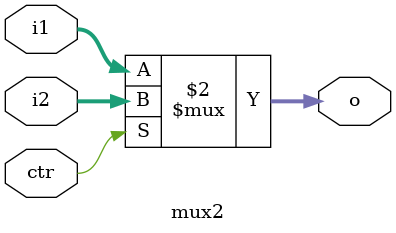
<source format=v>
module mux2(output [N-1:0] o,
	    input [N-1:0] i1,
	    input [N-1:0] i2,
	    input 	  ctr);

   parameter N = 32;
   
   assign
     o = (ctr == 1'b0 ? i1 : i2);
   
endmodule // mux2



	   

</source>
